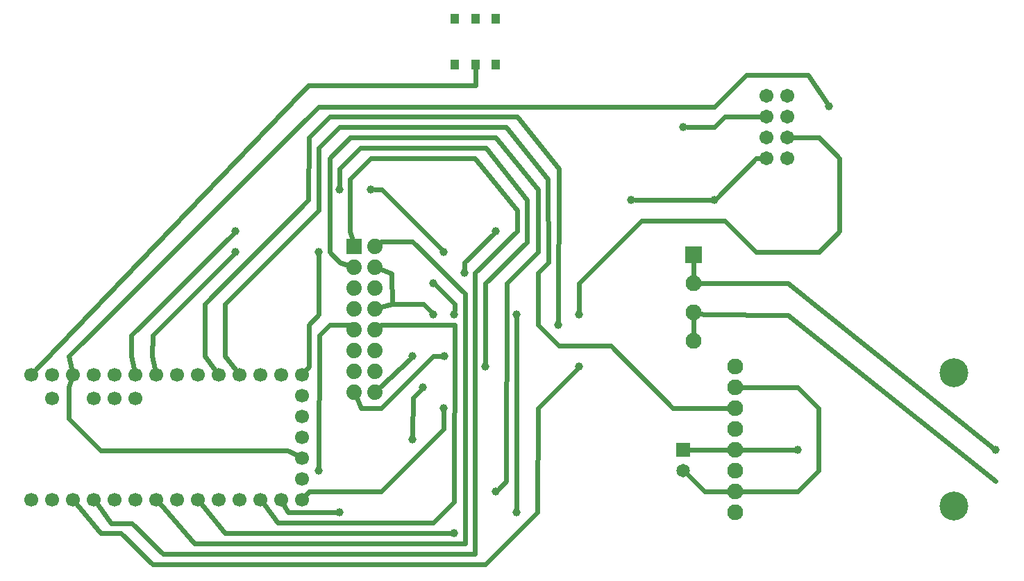
<source format=gtl>
G04 MADE WITH FRITZING*
G04 WWW.FRITZING.ORG*
G04 DOUBLE SIDED*
G04 HOLES PLATED*
G04 CONTOUR ON CENTER OF CONTOUR VECTOR*
%ASAXBY*%
%FSLAX23Y23*%
%MOIN*%
%OFA0B0*%
%SFA1.0B1.0*%
%ADD10C,0.065000*%
%ADD11C,0.039370*%
%ADD12C,0.076139*%
%ADD13C,0.067278*%
%ADD14C,0.074000*%
%ADD15C,0.138425*%
%ADD16C,0.076000*%
%ADD17C,0.066889*%
%ADD18R,0.074000X0.074000*%
%ADD19R,0.039370X0.045276*%
%ADD20C,0.024000*%
%ADD21R,0.001000X0.001000*%
%LNCOPPER1*%
G90*
G70*
G54D10*
X3190Y1059D03*
X3190Y959D03*
X3190Y1059D03*
X3190Y959D03*
G54D11*
X4690Y1059D03*
X1540Y759D03*
X1890Y1109D03*
X1940Y1359D03*
X2090Y1709D03*
X1990Y1859D03*
X2140Y1909D03*
X2290Y2109D03*
G54D12*
X3240Y1997D03*
X3240Y1859D03*
X3240Y1721D03*
X3240Y1583D03*
G54D11*
X1990Y1709D03*
X2940Y2259D03*
X2690Y1709D03*
X2690Y1459D03*
X3890Y2709D03*
X3190Y2609D03*
X3740Y1059D03*
X1440Y959D03*
X1890Y1509D03*
X2040Y1259D03*
X2240Y1459D03*
X1540Y2309D03*
X2290Y859D03*
X2390Y759D03*
X2390Y1709D03*
X2041Y1508D03*
X1040Y2009D03*
X2590Y1659D03*
X1040Y2109D03*
X2040Y2009D03*
X1690Y2309D03*
X1440Y2009D03*
X3340Y2259D03*
X2090Y659D03*
G54D13*
X3690Y2459D03*
X3690Y2559D03*
X3690Y2659D03*
X3690Y2759D03*
X3590Y2459D03*
X3590Y2559D03*
X3590Y2659D03*
X3590Y2759D03*
X3690Y2459D03*
X3690Y2559D03*
X3690Y2659D03*
X3690Y2759D03*
X3590Y2459D03*
X3590Y2559D03*
X3590Y2659D03*
X3590Y2759D03*
G54D14*
X1709Y2036D03*
X1709Y1936D03*
X1709Y1836D03*
X1709Y1736D03*
X1709Y1636D03*
X1709Y1536D03*
X1709Y1436D03*
X1709Y1336D03*
X1609Y2036D03*
X1609Y1936D03*
X1609Y1836D03*
X1609Y1736D03*
X1609Y1636D03*
X1609Y1536D03*
X1609Y1436D03*
X1609Y1336D03*
G54D15*
X4490Y1429D03*
X4490Y789D03*
G54D16*
X3440Y759D03*
X3440Y859D03*
X3440Y959D03*
X3440Y1059D03*
X3440Y1159D03*
X3440Y1259D03*
X3440Y1359D03*
X3440Y1459D03*
G54D17*
X1359Y1421D03*
X1259Y1421D03*
X1159Y1421D03*
X1059Y1421D03*
X959Y1421D03*
X859Y1421D03*
X759Y1421D03*
X659Y1421D03*
X559Y1421D03*
X459Y1421D03*
X359Y1421D03*
X259Y1421D03*
X159Y1421D03*
X59Y1421D03*
X159Y1307D03*
X459Y1307D03*
X359Y1307D03*
X1359Y821D03*
X1259Y821D03*
X1159Y821D03*
X1059Y821D03*
X959Y821D03*
X859Y821D03*
X759Y821D03*
X659Y821D03*
X559Y821D03*
X459Y821D03*
X359Y821D03*
X259Y821D03*
X159Y821D03*
X59Y821D03*
X559Y1307D03*
X1359Y1021D03*
X1359Y921D03*
X1359Y1121D03*
X1359Y1321D03*
X1359Y1221D03*
G54D18*
X1609Y2036D03*
G54D19*
X2093Y2909D03*
X2192Y2909D03*
X2290Y2909D03*
X2093Y3131D03*
X2192Y3131D03*
X2290Y3131D03*
G54D20*
X1290Y1057D02*
X392Y1057D01*
D02*
X392Y1057D02*
X238Y1211D01*
D02*
X238Y1360D02*
X249Y1392D01*
D02*
X1332Y1035D02*
X1290Y1057D01*
D02*
X238Y1211D02*
X238Y1360D01*
D02*
X3291Y861D02*
X3208Y942D01*
D02*
X3410Y859D02*
X3291Y861D01*
D02*
X3410Y1059D02*
X3215Y1059D01*
D02*
X3692Y1861D02*
X4676Y1071D01*
D02*
X3277Y1859D02*
X3692Y1861D01*
D02*
X4688Y908D02*
X3692Y1707D01*
D02*
X3240Y1684D02*
X3240Y1620D01*
D02*
X3288Y1709D02*
X3276Y1712D01*
D02*
X3692Y1707D02*
X3288Y1709D01*
D02*
X3240Y1960D02*
X3240Y1896D01*
D02*
X3340Y2707D02*
X1439Y2707D01*
D02*
X3493Y2860D02*
X3340Y2707D01*
D02*
X3788Y2860D02*
X3493Y2860D01*
D02*
X238Y1509D02*
X252Y1451D01*
D02*
X1439Y2707D02*
X238Y1509D01*
D02*
X3880Y2725D02*
X3788Y2860D01*
D02*
X2192Y2810D02*
X1389Y2810D01*
D02*
X2192Y2892D02*
X2192Y2810D01*
D02*
X1389Y2810D02*
X80Y1443D01*
D02*
X3740Y1359D02*
X3471Y1359D01*
D02*
X3840Y960D02*
X3840Y1259D01*
D02*
X3840Y1259D02*
X3740Y1359D01*
D02*
X3740Y860D02*
X3840Y960D01*
D02*
X3471Y859D02*
X3740Y860D01*
D02*
X2140Y1959D02*
X2277Y2095D01*
D02*
X2140Y1928D02*
X2140Y1959D01*
D02*
X2091Y1760D02*
X2004Y1846D01*
D02*
X2091Y1728D02*
X2091Y1760D01*
D02*
X1891Y1310D02*
X1927Y1346D01*
D02*
X1890Y1128D02*
X1891Y1310D01*
D02*
X1291Y760D02*
X1521Y759D01*
D02*
X1273Y794D02*
X1291Y760D01*
D02*
X1791Y1760D02*
X1739Y1745D01*
D02*
X3841Y2009D02*
X3540Y2011D01*
D02*
X3841Y2560D02*
X3939Y2459D01*
D02*
X2690Y1859D02*
X2690Y1728D01*
D02*
X2990Y2158D02*
X2690Y1859D01*
D02*
X3389Y2158D02*
X2990Y2158D01*
D02*
X3540Y2011D02*
X3389Y2158D01*
D02*
X3939Y2111D02*
X3841Y2009D01*
D02*
X3939Y2459D02*
X3939Y2111D01*
D02*
X3718Y2559D02*
X3841Y2560D01*
D02*
X3321Y2259D02*
X2959Y2259D01*
D02*
X1790Y1907D02*
X1738Y1926D01*
D02*
X1791Y1760D02*
X1790Y1907D01*
D02*
X2491Y1260D02*
X2490Y758D01*
D02*
X2240Y508D02*
X641Y508D01*
D02*
X2490Y758D02*
X2240Y508D01*
D02*
X641Y508D02*
X490Y660D01*
D02*
X490Y660D02*
X391Y660D01*
D02*
X391Y660D02*
X278Y797D01*
D02*
X2677Y1445D02*
X2491Y1260D01*
D02*
X1790Y1759D02*
X1739Y1745D01*
D02*
X3390Y2659D02*
X3562Y2659D01*
D02*
X3340Y2609D02*
X3390Y2659D01*
D02*
X3209Y2609D02*
X3340Y2609D01*
D02*
X1941Y1759D02*
X1790Y1759D01*
D02*
X1977Y1722D02*
X1941Y1759D01*
D02*
X2390Y778D02*
X2390Y1690D01*
D02*
X1877Y1496D02*
X1732Y1358D01*
D02*
X3721Y1059D02*
X3471Y1059D01*
D02*
X1391Y859D02*
X1379Y844D01*
D02*
X1740Y858D02*
X1391Y859D01*
D02*
X2040Y1159D02*
X1740Y858D01*
D02*
X2040Y1240D02*
X2040Y1159D01*
D02*
X2439Y2057D02*
X2439Y2259D01*
D02*
X2439Y2259D02*
X2241Y2509D01*
D02*
X2241Y2509D02*
X1638Y2508D01*
D02*
X2240Y1858D02*
X2439Y2057D01*
D02*
X2240Y1478D02*
X2240Y1858D01*
D02*
X1539Y2409D02*
X1540Y2328D01*
D02*
X1638Y2508D02*
X1539Y2409D01*
D02*
X2341Y1858D02*
X2491Y2009D01*
D02*
X2491Y2009D02*
X2491Y2310D01*
D02*
X2339Y909D02*
X2341Y1858D01*
D02*
X2304Y872D02*
X2339Y909D01*
D02*
X1492Y2460D02*
X1491Y2008D01*
D02*
X1589Y2560D02*
X1492Y2460D01*
D02*
X2290Y2560D02*
X1589Y2560D01*
D02*
X2491Y2310D02*
X2290Y2560D01*
D02*
X1491Y2008D02*
X1540Y1960D01*
D02*
X1540Y1960D02*
X1580Y1946D01*
D02*
X2022Y1509D02*
X1990Y1510D01*
D02*
X1642Y1258D02*
X1621Y1308D01*
D02*
X1740Y1259D02*
X1642Y1258D01*
D02*
X1990Y1510D02*
X1740Y1259D01*
D02*
X990Y1510D02*
X990Y1760D01*
D02*
X990Y1760D02*
X1440Y2210D01*
D02*
X1040Y1445D02*
X990Y1510D01*
D02*
X1540Y2609D02*
X2339Y2609D01*
D02*
X1440Y2509D02*
X1540Y2609D01*
D02*
X1440Y2210D02*
X1440Y2509D01*
D02*
X2540Y2359D02*
X2541Y1959D01*
D02*
X2339Y2609D02*
X2540Y2359D01*
D02*
X3139Y1258D02*
X3410Y1259D01*
D02*
X2591Y1559D02*
X2841Y1559D01*
D02*
X2491Y1659D02*
X2591Y1559D01*
D02*
X2491Y1909D02*
X2491Y1659D01*
D02*
X2541Y1959D02*
X2491Y1909D01*
D02*
X2841Y1559D02*
X3139Y1258D01*
D02*
X641Y1608D02*
X1027Y1995D01*
D02*
X639Y1509D02*
X641Y1608D01*
D02*
X652Y1451D02*
X639Y1509D01*
D02*
X891Y1760D02*
X1389Y2258D01*
D02*
X891Y1510D02*
X891Y1760D01*
D02*
X940Y1445D02*
X891Y1510D01*
D02*
X1391Y2560D02*
X1492Y2658D01*
D02*
X1389Y2258D02*
X1391Y2560D01*
D02*
X2392Y2658D02*
X2591Y2408D01*
D02*
X1492Y2658D02*
X2392Y2658D01*
D02*
X2591Y2408D02*
X2590Y1678D01*
D02*
X540Y1608D02*
X1027Y2095D01*
D02*
X540Y1509D02*
X540Y1608D01*
D02*
X552Y1451D02*
X540Y1509D01*
D02*
X1741Y2308D02*
X1709Y2309D01*
D02*
X2027Y2022D02*
X1741Y2308D01*
D02*
X1440Y1709D02*
X1391Y1658D01*
D02*
X1440Y1990D02*
X1440Y1709D01*
D02*
X1391Y1458D02*
X1379Y1444D01*
D02*
X1391Y1658D02*
X1391Y1458D01*
D02*
X3539Y2459D02*
X3354Y2272D01*
D02*
X3562Y2459D02*
X3539Y2459D01*
D02*
X989Y659D02*
X2071Y659D01*
D02*
X878Y797D02*
X989Y659D01*
D02*
X1441Y1609D02*
X1440Y978D01*
D02*
X1890Y2059D02*
X1740Y2059D01*
D02*
X1740Y2059D02*
X1734Y2055D01*
D02*
X2141Y1810D02*
X1890Y2059D01*
D02*
X2141Y608D02*
X2141Y1810D01*
D02*
X841Y608D02*
X2141Y608D01*
D02*
X679Y798D02*
X841Y608D01*
D02*
X1589Y2108D02*
X1601Y2066D01*
D02*
X1589Y2359D02*
X1589Y2108D01*
D02*
X1690Y2460D02*
X1589Y2359D01*
D02*
X2190Y2460D02*
X1690Y2460D01*
D02*
X2189Y1908D02*
X2391Y2109D01*
D02*
X2391Y2109D02*
X2391Y2210D01*
D02*
X2391Y2210D02*
X2190Y2460D01*
D02*
X2189Y558D02*
X2189Y1908D01*
D02*
X691Y559D02*
X2189Y558D01*
D02*
X442Y707D02*
X542Y707D01*
D02*
X542Y707D02*
X691Y559D01*
D02*
X377Y796D02*
X442Y707D01*
D02*
X2091Y1659D02*
X2090Y810D01*
D02*
X1989Y709D02*
X1241Y709D01*
D02*
X2090Y810D02*
X1989Y709D01*
D02*
X1241Y709D02*
X1177Y796D01*
D02*
X1592Y1659D02*
X1492Y1659D01*
D02*
X1492Y1659D02*
X1441Y1609D01*
D02*
X1590Y1661D02*
X1592Y1659D01*
D02*
X1740Y1659D02*
X2091Y1659D01*
D02*
X1734Y1655D02*
X1740Y1659D01*
G54D21*
X3200Y2037D02*
X3279Y2037D01*
X3200Y2036D02*
X3279Y2036D01*
X3200Y2035D02*
X3279Y2035D01*
X3200Y2034D02*
X3279Y2034D01*
X3200Y2033D02*
X3279Y2033D01*
X3200Y2032D02*
X3279Y2032D01*
X3200Y2031D02*
X3279Y2031D01*
X3200Y2030D02*
X3279Y2030D01*
X3200Y2029D02*
X3279Y2029D01*
X3200Y2028D02*
X3279Y2028D01*
X3200Y2027D02*
X3279Y2027D01*
X3200Y2026D02*
X3279Y2026D01*
X3200Y2025D02*
X3279Y2025D01*
X3200Y2024D02*
X3279Y2024D01*
X3200Y2023D02*
X3279Y2023D01*
X3200Y2022D02*
X3279Y2022D01*
X3200Y2021D02*
X3234Y2021D01*
X3244Y2021D02*
X3279Y2021D01*
X3200Y2020D02*
X3231Y2020D01*
X3248Y2020D02*
X3279Y2020D01*
X3200Y2019D02*
X3228Y2019D01*
X3250Y2019D02*
X3279Y2019D01*
X3200Y2018D02*
X3227Y2018D01*
X3252Y2018D02*
X3279Y2018D01*
X3200Y2017D02*
X3225Y2017D01*
X3253Y2017D02*
X3279Y2017D01*
X3200Y2016D02*
X3224Y2016D01*
X3255Y2016D02*
X3279Y2016D01*
X3200Y2015D02*
X3223Y2015D01*
X3256Y2015D02*
X3279Y2015D01*
X3200Y2014D02*
X3222Y2014D01*
X3257Y2014D02*
X3279Y2014D01*
X3200Y2013D02*
X3221Y2013D01*
X3258Y2013D02*
X3279Y2013D01*
X3200Y2012D02*
X3220Y2012D01*
X3259Y2012D02*
X3279Y2012D01*
X3200Y2011D02*
X3219Y2011D01*
X3259Y2011D02*
X3279Y2011D01*
X3200Y2010D02*
X3219Y2010D01*
X3260Y2010D02*
X3279Y2010D01*
X3200Y2009D02*
X3218Y2009D01*
X3260Y2009D02*
X3279Y2009D01*
X3200Y2008D02*
X3218Y2008D01*
X3261Y2008D02*
X3279Y2008D01*
X3200Y2007D02*
X3217Y2007D01*
X3261Y2007D02*
X3279Y2007D01*
X3200Y2006D02*
X3217Y2006D01*
X3262Y2006D02*
X3279Y2006D01*
X3200Y2005D02*
X3216Y2005D01*
X3262Y2005D02*
X3279Y2005D01*
X3200Y2004D02*
X3216Y2004D01*
X3262Y2004D02*
X3279Y2004D01*
X3200Y2003D02*
X3216Y2003D01*
X3263Y2003D02*
X3279Y2003D01*
X3200Y2002D02*
X3216Y2002D01*
X3263Y2002D02*
X3279Y2002D01*
X3200Y2001D02*
X3215Y2001D01*
X3263Y2001D02*
X3279Y2001D01*
X3200Y2000D02*
X3215Y2000D01*
X3263Y2000D02*
X3279Y2000D01*
X3200Y1999D02*
X3215Y1999D01*
X3263Y1999D02*
X3279Y1999D01*
X3200Y1998D02*
X3215Y1998D01*
X3263Y1998D02*
X3279Y1998D01*
X3200Y1997D02*
X3215Y1997D01*
X3263Y1997D02*
X3279Y1997D01*
X3200Y1996D02*
X3215Y1996D01*
X3263Y1996D02*
X3279Y1996D01*
X3200Y1995D02*
X3215Y1995D01*
X3263Y1995D02*
X3279Y1995D01*
X3200Y1994D02*
X3215Y1994D01*
X3263Y1994D02*
X3279Y1994D01*
X3200Y1993D02*
X3216Y1993D01*
X3263Y1993D02*
X3279Y1993D01*
X3200Y1992D02*
X3216Y1992D01*
X3263Y1992D02*
X3279Y1992D01*
X3200Y1991D02*
X3216Y1991D01*
X3262Y1991D02*
X3279Y1991D01*
X3200Y1990D02*
X3217Y1990D01*
X3262Y1990D02*
X3279Y1990D01*
X3200Y1989D02*
X3217Y1989D01*
X3262Y1989D02*
X3279Y1989D01*
X3200Y1988D02*
X3217Y1988D01*
X3261Y1988D02*
X3279Y1988D01*
X3200Y1987D02*
X3218Y1987D01*
X3261Y1987D02*
X3279Y1987D01*
X3200Y1986D02*
X3218Y1986D01*
X3260Y1986D02*
X3279Y1986D01*
X3200Y1985D02*
X3219Y1985D01*
X3260Y1985D02*
X3279Y1985D01*
X3200Y1984D02*
X3220Y1984D01*
X3259Y1984D02*
X3279Y1984D01*
X3200Y1983D02*
X3221Y1983D01*
X3258Y1983D02*
X3279Y1983D01*
X3200Y1982D02*
X3221Y1982D01*
X3257Y1982D02*
X3279Y1982D01*
X3200Y1981D02*
X3222Y1981D01*
X3256Y1981D02*
X3279Y1981D01*
X3200Y1980D02*
X3223Y1980D01*
X3255Y1980D02*
X3279Y1980D01*
X3200Y1979D02*
X3225Y1979D01*
X3254Y1979D02*
X3279Y1979D01*
X3200Y1978D02*
X3226Y1978D01*
X3252Y1978D02*
X3279Y1978D01*
X3200Y1977D02*
X3228Y1977D01*
X3251Y1977D02*
X3279Y1977D01*
X3200Y1976D02*
X3230Y1976D01*
X3249Y1976D02*
X3279Y1976D01*
X3200Y1975D02*
X3233Y1975D01*
X3245Y1975D02*
X3279Y1975D01*
X3200Y1974D02*
X3279Y1974D01*
X3200Y1973D02*
X3279Y1973D01*
X3200Y1972D02*
X3279Y1972D01*
X3200Y1971D02*
X3279Y1971D01*
X3200Y1970D02*
X3279Y1970D01*
X3200Y1969D02*
X3279Y1969D01*
X3200Y1968D02*
X3279Y1968D01*
X3200Y1967D02*
X3279Y1967D01*
X3200Y1966D02*
X3279Y1966D01*
X3200Y1965D02*
X3279Y1965D01*
X3200Y1964D02*
X3279Y1964D01*
X3200Y1963D02*
X3279Y1963D01*
X3200Y1962D02*
X3279Y1962D01*
X3200Y1961D02*
X3279Y1961D01*
X3200Y1960D02*
X3279Y1960D01*
X3200Y1959D02*
X3279Y1959D01*
X3200Y1958D02*
X3278Y1958D01*
X3157Y1092D02*
X3221Y1092D01*
X3157Y1091D02*
X3221Y1091D01*
X3157Y1090D02*
X3221Y1090D01*
X3157Y1089D02*
X3221Y1089D01*
X3157Y1088D02*
X3221Y1088D01*
X3157Y1087D02*
X3221Y1087D01*
X3157Y1086D02*
X3221Y1086D01*
X3157Y1085D02*
X3221Y1085D01*
X3157Y1084D02*
X3221Y1084D01*
X3157Y1083D02*
X3221Y1083D01*
X3157Y1082D02*
X3221Y1082D01*
X3157Y1081D02*
X3221Y1081D01*
X3157Y1080D02*
X3221Y1080D01*
X3157Y1079D02*
X3221Y1079D01*
X3157Y1078D02*
X3221Y1078D01*
X3157Y1077D02*
X3221Y1077D01*
X3157Y1076D02*
X3221Y1076D01*
X3157Y1075D02*
X3221Y1075D01*
X3157Y1074D02*
X3221Y1074D01*
X3157Y1073D02*
X3184Y1073D01*
X3195Y1073D02*
X3221Y1073D01*
X3157Y1072D02*
X3182Y1072D01*
X3197Y1072D02*
X3221Y1072D01*
X3157Y1071D02*
X3180Y1071D01*
X3198Y1071D02*
X3221Y1071D01*
X3157Y1070D02*
X3179Y1070D01*
X3199Y1070D02*
X3221Y1070D01*
X3157Y1069D02*
X3178Y1069D01*
X3200Y1069D02*
X3221Y1069D01*
X3157Y1068D02*
X3177Y1068D01*
X3201Y1068D02*
X3221Y1068D01*
X3157Y1067D02*
X3177Y1067D01*
X3202Y1067D02*
X3221Y1067D01*
X3157Y1066D02*
X3176Y1066D01*
X3202Y1066D02*
X3221Y1066D01*
X3157Y1065D02*
X3176Y1065D01*
X3203Y1065D02*
X3221Y1065D01*
X3157Y1064D02*
X3176Y1064D01*
X3203Y1064D02*
X3221Y1064D01*
X3157Y1063D02*
X3175Y1063D01*
X3203Y1063D02*
X3221Y1063D01*
X3157Y1062D02*
X3175Y1062D01*
X3203Y1062D02*
X3221Y1062D01*
X3157Y1061D02*
X3175Y1061D01*
X3203Y1061D02*
X3221Y1061D01*
X3157Y1060D02*
X3175Y1060D01*
X3203Y1060D02*
X3221Y1060D01*
X3157Y1059D02*
X3175Y1059D01*
X3203Y1059D02*
X3221Y1059D01*
X3157Y1058D02*
X3175Y1058D01*
X3203Y1058D02*
X3221Y1058D01*
X3157Y1057D02*
X3175Y1057D01*
X3203Y1057D02*
X3221Y1057D01*
X3157Y1056D02*
X3176Y1056D01*
X3203Y1056D02*
X3221Y1056D01*
X3157Y1055D02*
X3176Y1055D01*
X3202Y1055D02*
X3221Y1055D01*
X3157Y1054D02*
X3177Y1054D01*
X3202Y1054D02*
X3221Y1054D01*
X3157Y1053D02*
X3177Y1053D01*
X3201Y1053D02*
X3221Y1053D01*
X3157Y1052D02*
X3178Y1052D01*
X3201Y1052D02*
X3221Y1052D01*
X3157Y1051D02*
X3179Y1051D01*
X3200Y1051D02*
X3221Y1051D01*
X3157Y1050D02*
X3180Y1050D01*
X3199Y1050D02*
X3221Y1050D01*
X3157Y1049D02*
X3181Y1049D01*
X3198Y1049D02*
X3221Y1049D01*
X3157Y1048D02*
X3183Y1048D01*
X3196Y1048D02*
X3221Y1048D01*
X3157Y1047D02*
X3185Y1047D01*
X3193Y1047D02*
X3221Y1047D01*
X3157Y1046D02*
X3221Y1046D01*
X3157Y1045D02*
X3221Y1045D01*
X3157Y1044D02*
X3221Y1044D01*
X3157Y1043D02*
X3221Y1043D01*
X3157Y1042D02*
X3221Y1042D01*
X3157Y1041D02*
X3221Y1041D01*
X3157Y1040D02*
X3221Y1040D01*
X3157Y1039D02*
X3221Y1039D01*
X3157Y1038D02*
X3221Y1038D01*
X3157Y1037D02*
X3221Y1037D01*
X3157Y1036D02*
X3221Y1036D01*
X3157Y1035D02*
X3221Y1035D01*
X3157Y1034D02*
X3221Y1034D01*
X3157Y1033D02*
X3221Y1033D01*
X3157Y1032D02*
X3221Y1032D01*
X3157Y1031D02*
X3221Y1031D01*
X3157Y1030D02*
X3221Y1030D01*
X3157Y1029D02*
X3221Y1029D01*
X3157Y1028D02*
X3221Y1028D01*
D02*
G04 End of Copper1*
M02*
</source>
